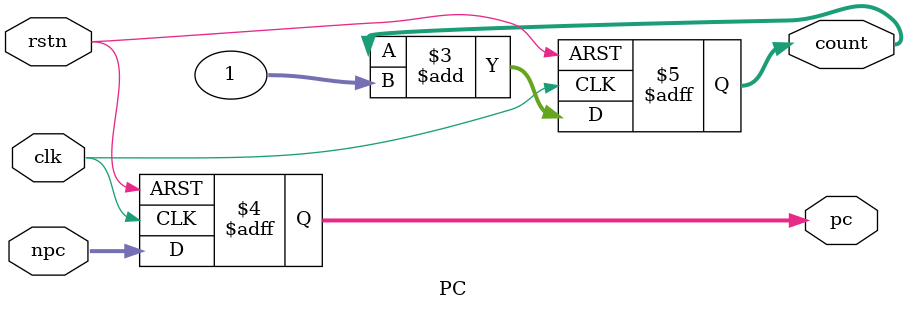
<source format=v>
`timescale 1ns / 1ps


module PC(
    input [31: 0] npc,
    input clk,
    input rstn,
    output reg [31: 0]pc,
    output reg [31: 0]count
    );
    always @(posedge clk, negedge rstn) begin
        if(!rstn) begin
            pc <= 32'h0;
            count <= 32'h0;
        end
        else begin
            pc <= npc;
            count <= count + 1;
        end
    end
endmodule

</source>
